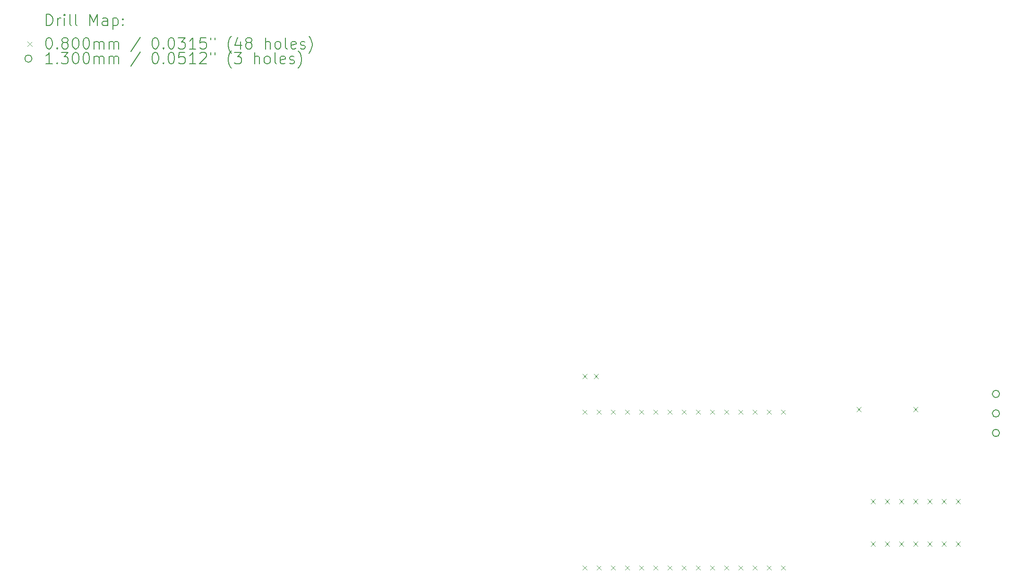
<source format=gbr>
%TF.GenerationSoftware,KiCad,Pcbnew,(6.0.10)*%
%TF.CreationDate,2023-04-28T14:23:14-06:00*%
%TF.ProjectId,H2O-Esquem_tico_2023ver3-KiCad,48324f2d-4573-4717-9565-6de17469636f,rev?*%
%TF.SameCoordinates,Original*%
%TF.FileFunction,Drillmap*%
%TF.FilePolarity,Positive*%
%FSLAX45Y45*%
G04 Gerber Fmt 4.5, Leading zero omitted, Abs format (unit mm)*
G04 Created by KiCad (PCBNEW (6.0.10)) date 2023-04-28 14:23:14*
%MOMM*%
%LPD*%
G01*
G04 APERTURE LIST*
%ADD10C,0.200000*%
%ADD11C,0.080000*%
%ADD12C,0.130000*%
G04 APERTURE END LIST*
D10*
D11*
X9866000Y-6560983D02*
X9946000Y-6640983D01*
X9946000Y-6560983D02*
X9866000Y-6640983D01*
X9866000Y-7199000D02*
X9946000Y-7279000D01*
X9946000Y-7199000D02*
X9866000Y-7279000D01*
X9866000Y-9993000D02*
X9946000Y-10073000D01*
X9946000Y-9993000D02*
X9866000Y-10073000D01*
X10066000Y-6560983D02*
X10146000Y-6640983D01*
X10146000Y-6560983D02*
X10066000Y-6640983D01*
X10120000Y-7199000D02*
X10200000Y-7279000D01*
X10200000Y-7199000D02*
X10120000Y-7279000D01*
X10120000Y-9993000D02*
X10200000Y-10073000D01*
X10200000Y-9993000D02*
X10120000Y-10073000D01*
X10374000Y-7199000D02*
X10454000Y-7279000D01*
X10454000Y-7199000D02*
X10374000Y-7279000D01*
X10374000Y-9993000D02*
X10454000Y-10073000D01*
X10454000Y-9993000D02*
X10374000Y-10073000D01*
X10628000Y-7199000D02*
X10708000Y-7279000D01*
X10708000Y-7199000D02*
X10628000Y-7279000D01*
X10628000Y-9993000D02*
X10708000Y-10073000D01*
X10708000Y-9993000D02*
X10628000Y-10073000D01*
X10882000Y-7199000D02*
X10962000Y-7279000D01*
X10962000Y-7199000D02*
X10882000Y-7279000D01*
X10882000Y-9993000D02*
X10962000Y-10073000D01*
X10962000Y-9993000D02*
X10882000Y-10073000D01*
X11136000Y-7199000D02*
X11216000Y-7279000D01*
X11216000Y-7199000D02*
X11136000Y-7279000D01*
X11136000Y-9993000D02*
X11216000Y-10073000D01*
X11216000Y-9993000D02*
X11136000Y-10073000D01*
X11390000Y-7199000D02*
X11470000Y-7279000D01*
X11470000Y-7199000D02*
X11390000Y-7279000D01*
X11390000Y-9993000D02*
X11470000Y-10073000D01*
X11470000Y-9993000D02*
X11390000Y-10073000D01*
X11644000Y-7199000D02*
X11724000Y-7279000D01*
X11724000Y-7199000D02*
X11644000Y-7279000D01*
X11644000Y-9993000D02*
X11724000Y-10073000D01*
X11724000Y-9993000D02*
X11644000Y-10073000D01*
X11898000Y-7199000D02*
X11978000Y-7279000D01*
X11978000Y-7199000D02*
X11898000Y-7279000D01*
X11898000Y-9993000D02*
X11978000Y-10073000D01*
X11978000Y-9993000D02*
X11898000Y-10073000D01*
X12152000Y-7199000D02*
X12232000Y-7279000D01*
X12232000Y-7199000D02*
X12152000Y-7279000D01*
X12152000Y-9993000D02*
X12232000Y-10073000D01*
X12232000Y-9993000D02*
X12152000Y-10073000D01*
X12406000Y-7199000D02*
X12486000Y-7279000D01*
X12486000Y-7199000D02*
X12406000Y-7279000D01*
X12406000Y-9993000D02*
X12486000Y-10073000D01*
X12486000Y-9993000D02*
X12406000Y-10073000D01*
X12660000Y-7199000D02*
X12740000Y-7279000D01*
X12740000Y-7199000D02*
X12660000Y-7279000D01*
X12660000Y-9993000D02*
X12740000Y-10073000D01*
X12740000Y-9993000D02*
X12660000Y-10073000D01*
X12914000Y-7199000D02*
X12994000Y-7279000D01*
X12994000Y-7199000D02*
X12914000Y-7279000D01*
X12914000Y-9993000D02*
X12994000Y-10073000D01*
X12994000Y-9993000D02*
X12914000Y-10073000D01*
X13168000Y-7199000D02*
X13248000Y-7279000D01*
X13248000Y-7199000D02*
X13168000Y-7279000D01*
X13168000Y-9993000D02*
X13248000Y-10073000D01*
X13248000Y-9993000D02*
X13168000Y-10073000D01*
X13422000Y-7199000D02*
X13502000Y-7279000D01*
X13502000Y-7199000D02*
X13422000Y-7279000D01*
X13422000Y-9993000D02*
X13502000Y-10073000D01*
X13502000Y-9993000D02*
X13422000Y-10073000D01*
X14776000Y-7153000D02*
X14856000Y-7233000D01*
X14856000Y-7153000D02*
X14776000Y-7233000D01*
X15029500Y-8803000D02*
X15109500Y-8883000D01*
X15109500Y-8803000D02*
X15029500Y-8883000D01*
X15029500Y-9565000D02*
X15109500Y-9645000D01*
X15109500Y-9565000D02*
X15029500Y-9645000D01*
X15283500Y-8803000D02*
X15363500Y-8883000D01*
X15363500Y-8803000D02*
X15283500Y-8883000D01*
X15283500Y-9565000D02*
X15363500Y-9645000D01*
X15363500Y-9565000D02*
X15283500Y-9645000D01*
X15537500Y-8803000D02*
X15617500Y-8883000D01*
X15617500Y-8803000D02*
X15537500Y-8883000D01*
X15537500Y-9565000D02*
X15617500Y-9645000D01*
X15617500Y-9565000D02*
X15537500Y-9645000D01*
X15791500Y-8803000D02*
X15871500Y-8883000D01*
X15871500Y-8803000D02*
X15791500Y-8883000D01*
X15791500Y-9565000D02*
X15871500Y-9645000D01*
X15871500Y-9565000D02*
X15791500Y-9645000D01*
X15792000Y-7153000D02*
X15872000Y-7233000D01*
X15872000Y-7153000D02*
X15792000Y-7233000D01*
X16045500Y-8803000D02*
X16125500Y-8883000D01*
X16125500Y-8803000D02*
X16045500Y-8883000D01*
X16045500Y-9565000D02*
X16125500Y-9645000D01*
X16125500Y-9565000D02*
X16045500Y-9645000D01*
X16299500Y-8803000D02*
X16379500Y-8883000D01*
X16379500Y-8803000D02*
X16299500Y-8883000D01*
X16299500Y-9565000D02*
X16379500Y-9645000D01*
X16379500Y-9565000D02*
X16299500Y-9645000D01*
X16553500Y-8803000D02*
X16633500Y-8883000D01*
X16633500Y-8803000D02*
X16553500Y-8883000D01*
X16553500Y-9565000D02*
X16633500Y-9645000D01*
X16633500Y-9565000D02*
X16553500Y-9645000D01*
D12*
X17336000Y-6917500D02*
G75*
G03*
X17336000Y-6917500I-65000J0D01*
G01*
X17336000Y-7267500D02*
G75*
G03*
X17336000Y-7267500I-65000J0D01*
G01*
X17336000Y-7617500D02*
G75*
G03*
X17336000Y-7617500I-65000J0D01*
G01*
D10*
X257619Y-310476D02*
X257619Y-110476D01*
X305238Y-110476D01*
X333810Y-120000D01*
X352857Y-139048D01*
X362381Y-158095D01*
X371905Y-196190D01*
X371905Y-224762D01*
X362381Y-262857D01*
X352857Y-281905D01*
X333810Y-300952D01*
X305238Y-310476D01*
X257619Y-310476D01*
X457619Y-310476D02*
X457619Y-177143D01*
X457619Y-215238D02*
X467143Y-196190D01*
X476667Y-186667D01*
X495714Y-177143D01*
X514762Y-177143D01*
X581429Y-310476D02*
X581429Y-177143D01*
X581429Y-110476D02*
X571905Y-120000D01*
X581429Y-129524D01*
X590952Y-120000D01*
X581429Y-110476D01*
X581429Y-129524D01*
X705238Y-310476D02*
X686190Y-300952D01*
X676667Y-281905D01*
X676667Y-110476D01*
X810000Y-310476D02*
X790952Y-300952D01*
X781428Y-281905D01*
X781428Y-110476D01*
X1038571Y-310476D02*
X1038571Y-110476D01*
X1105238Y-253333D01*
X1171905Y-110476D01*
X1171905Y-310476D01*
X1352857Y-310476D02*
X1352857Y-205714D01*
X1343333Y-186667D01*
X1324286Y-177143D01*
X1286190Y-177143D01*
X1267143Y-186667D01*
X1352857Y-300952D02*
X1333810Y-310476D01*
X1286190Y-310476D01*
X1267143Y-300952D01*
X1257619Y-281905D01*
X1257619Y-262857D01*
X1267143Y-243809D01*
X1286190Y-234286D01*
X1333810Y-234286D01*
X1352857Y-224762D01*
X1448095Y-177143D02*
X1448095Y-377143D01*
X1448095Y-186667D02*
X1467143Y-177143D01*
X1505238Y-177143D01*
X1524286Y-186667D01*
X1533809Y-196190D01*
X1543333Y-215238D01*
X1543333Y-272381D01*
X1533809Y-291429D01*
X1524286Y-300952D01*
X1505238Y-310476D01*
X1467143Y-310476D01*
X1448095Y-300952D01*
X1629048Y-291429D02*
X1638571Y-300952D01*
X1629048Y-310476D01*
X1619524Y-300952D01*
X1629048Y-291429D01*
X1629048Y-310476D01*
X1629048Y-186667D02*
X1638571Y-196190D01*
X1629048Y-205714D01*
X1619524Y-196190D01*
X1629048Y-186667D01*
X1629048Y-205714D01*
D11*
X-80000Y-600000D02*
X0Y-680000D01*
X0Y-600000D02*
X-80000Y-680000D01*
D10*
X295714Y-530476D02*
X314762Y-530476D01*
X333810Y-540000D01*
X343333Y-549524D01*
X352857Y-568571D01*
X362381Y-606667D01*
X362381Y-654286D01*
X352857Y-692381D01*
X343333Y-711428D01*
X333810Y-720952D01*
X314762Y-730476D01*
X295714Y-730476D01*
X276667Y-720952D01*
X267143Y-711428D01*
X257619Y-692381D01*
X248095Y-654286D01*
X248095Y-606667D01*
X257619Y-568571D01*
X267143Y-549524D01*
X276667Y-540000D01*
X295714Y-530476D01*
X448095Y-711428D02*
X457619Y-720952D01*
X448095Y-730476D01*
X438571Y-720952D01*
X448095Y-711428D01*
X448095Y-730476D01*
X571905Y-616190D02*
X552857Y-606667D01*
X543333Y-597143D01*
X533810Y-578095D01*
X533810Y-568571D01*
X543333Y-549524D01*
X552857Y-540000D01*
X571905Y-530476D01*
X610000Y-530476D01*
X629048Y-540000D01*
X638571Y-549524D01*
X648095Y-568571D01*
X648095Y-578095D01*
X638571Y-597143D01*
X629048Y-606667D01*
X610000Y-616190D01*
X571905Y-616190D01*
X552857Y-625714D01*
X543333Y-635238D01*
X533810Y-654286D01*
X533810Y-692381D01*
X543333Y-711428D01*
X552857Y-720952D01*
X571905Y-730476D01*
X610000Y-730476D01*
X629048Y-720952D01*
X638571Y-711428D01*
X648095Y-692381D01*
X648095Y-654286D01*
X638571Y-635238D01*
X629048Y-625714D01*
X610000Y-616190D01*
X771905Y-530476D02*
X790952Y-530476D01*
X810000Y-540000D01*
X819524Y-549524D01*
X829048Y-568571D01*
X838571Y-606667D01*
X838571Y-654286D01*
X829048Y-692381D01*
X819524Y-711428D01*
X810000Y-720952D01*
X790952Y-730476D01*
X771905Y-730476D01*
X752857Y-720952D01*
X743333Y-711428D01*
X733809Y-692381D01*
X724286Y-654286D01*
X724286Y-606667D01*
X733809Y-568571D01*
X743333Y-549524D01*
X752857Y-540000D01*
X771905Y-530476D01*
X962381Y-530476D02*
X981428Y-530476D01*
X1000476Y-540000D01*
X1010000Y-549524D01*
X1019524Y-568571D01*
X1029048Y-606667D01*
X1029048Y-654286D01*
X1019524Y-692381D01*
X1010000Y-711428D01*
X1000476Y-720952D01*
X981428Y-730476D01*
X962381Y-730476D01*
X943333Y-720952D01*
X933809Y-711428D01*
X924286Y-692381D01*
X914762Y-654286D01*
X914762Y-606667D01*
X924286Y-568571D01*
X933809Y-549524D01*
X943333Y-540000D01*
X962381Y-530476D01*
X1114762Y-730476D02*
X1114762Y-597143D01*
X1114762Y-616190D02*
X1124286Y-606667D01*
X1143333Y-597143D01*
X1171905Y-597143D01*
X1190952Y-606667D01*
X1200476Y-625714D01*
X1200476Y-730476D01*
X1200476Y-625714D02*
X1210000Y-606667D01*
X1229048Y-597143D01*
X1257619Y-597143D01*
X1276667Y-606667D01*
X1286190Y-625714D01*
X1286190Y-730476D01*
X1381429Y-730476D02*
X1381429Y-597143D01*
X1381429Y-616190D02*
X1390952Y-606667D01*
X1410000Y-597143D01*
X1438571Y-597143D01*
X1457619Y-606667D01*
X1467143Y-625714D01*
X1467143Y-730476D01*
X1467143Y-625714D02*
X1476667Y-606667D01*
X1495714Y-597143D01*
X1524286Y-597143D01*
X1543333Y-606667D01*
X1552857Y-625714D01*
X1552857Y-730476D01*
X1943333Y-520952D02*
X1771905Y-778095D01*
X2200476Y-530476D02*
X2219524Y-530476D01*
X2238571Y-540000D01*
X2248095Y-549524D01*
X2257619Y-568571D01*
X2267143Y-606667D01*
X2267143Y-654286D01*
X2257619Y-692381D01*
X2248095Y-711428D01*
X2238571Y-720952D01*
X2219524Y-730476D01*
X2200476Y-730476D01*
X2181429Y-720952D01*
X2171905Y-711428D01*
X2162381Y-692381D01*
X2152857Y-654286D01*
X2152857Y-606667D01*
X2162381Y-568571D01*
X2171905Y-549524D01*
X2181429Y-540000D01*
X2200476Y-530476D01*
X2352857Y-711428D02*
X2362381Y-720952D01*
X2352857Y-730476D01*
X2343333Y-720952D01*
X2352857Y-711428D01*
X2352857Y-730476D01*
X2486190Y-530476D02*
X2505238Y-530476D01*
X2524286Y-540000D01*
X2533810Y-549524D01*
X2543333Y-568571D01*
X2552857Y-606667D01*
X2552857Y-654286D01*
X2543333Y-692381D01*
X2533810Y-711428D01*
X2524286Y-720952D01*
X2505238Y-730476D01*
X2486190Y-730476D01*
X2467143Y-720952D01*
X2457619Y-711428D01*
X2448095Y-692381D01*
X2438571Y-654286D01*
X2438571Y-606667D01*
X2448095Y-568571D01*
X2457619Y-549524D01*
X2467143Y-540000D01*
X2486190Y-530476D01*
X2619524Y-530476D02*
X2743333Y-530476D01*
X2676667Y-606667D01*
X2705238Y-606667D01*
X2724286Y-616190D01*
X2733810Y-625714D01*
X2743333Y-644762D01*
X2743333Y-692381D01*
X2733810Y-711428D01*
X2724286Y-720952D01*
X2705238Y-730476D01*
X2648095Y-730476D01*
X2629048Y-720952D01*
X2619524Y-711428D01*
X2933809Y-730476D02*
X2819524Y-730476D01*
X2876667Y-730476D02*
X2876667Y-530476D01*
X2857619Y-559048D01*
X2838571Y-578095D01*
X2819524Y-587619D01*
X3114762Y-530476D02*
X3019524Y-530476D01*
X3010000Y-625714D01*
X3019524Y-616190D01*
X3038571Y-606667D01*
X3086190Y-606667D01*
X3105238Y-616190D01*
X3114762Y-625714D01*
X3124286Y-644762D01*
X3124286Y-692381D01*
X3114762Y-711428D01*
X3105238Y-720952D01*
X3086190Y-730476D01*
X3038571Y-730476D01*
X3019524Y-720952D01*
X3010000Y-711428D01*
X3200476Y-530476D02*
X3200476Y-568571D01*
X3276667Y-530476D02*
X3276667Y-568571D01*
X3571905Y-806667D02*
X3562381Y-797143D01*
X3543333Y-768571D01*
X3533809Y-749524D01*
X3524286Y-720952D01*
X3514762Y-673333D01*
X3514762Y-635238D01*
X3524286Y-587619D01*
X3533809Y-559048D01*
X3543333Y-540000D01*
X3562381Y-511428D01*
X3571905Y-501905D01*
X3733809Y-597143D02*
X3733809Y-730476D01*
X3686190Y-520952D02*
X3638571Y-663810D01*
X3762381Y-663810D01*
X3867143Y-616190D02*
X3848095Y-606667D01*
X3838571Y-597143D01*
X3829048Y-578095D01*
X3829048Y-568571D01*
X3838571Y-549524D01*
X3848095Y-540000D01*
X3867143Y-530476D01*
X3905238Y-530476D01*
X3924286Y-540000D01*
X3933809Y-549524D01*
X3943333Y-568571D01*
X3943333Y-578095D01*
X3933809Y-597143D01*
X3924286Y-606667D01*
X3905238Y-616190D01*
X3867143Y-616190D01*
X3848095Y-625714D01*
X3838571Y-635238D01*
X3829048Y-654286D01*
X3829048Y-692381D01*
X3838571Y-711428D01*
X3848095Y-720952D01*
X3867143Y-730476D01*
X3905238Y-730476D01*
X3924286Y-720952D01*
X3933809Y-711428D01*
X3943333Y-692381D01*
X3943333Y-654286D01*
X3933809Y-635238D01*
X3924286Y-625714D01*
X3905238Y-616190D01*
X4181428Y-730476D02*
X4181428Y-530476D01*
X4267143Y-730476D02*
X4267143Y-625714D01*
X4257619Y-606667D01*
X4238571Y-597143D01*
X4210000Y-597143D01*
X4190952Y-606667D01*
X4181428Y-616190D01*
X4390952Y-730476D02*
X4371905Y-720952D01*
X4362381Y-711428D01*
X4352857Y-692381D01*
X4352857Y-635238D01*
X4362381Y-616190D01*
X4371905Y-606667D01*
X4390952Y-597143D01*
X4419524Y-597143D01*
X4438571Y-606667D01*
X4448095Y-616190D01*
X4457619Y-635238D01*
X4457619Y-692381D01*
X4448095Y-711428D01*
X4438571Y-720952D01*
X4419524Y-730476D01*
X4390952Y-730476D01*
X4571905Y-730476D02*
X4552857Y-720952D01*
X4543333Y-701905D01*
X4543333Y-530476D01*
X4724286Y-720952D02*
X4705238Y-730476D01*
X4667143Y-730476D01*
X4648095Y-720952D01*
X4638571Y-701905D01*
X4638571Y-625714D01*
X4648095Y-606667D01*
X4667143Y-597143D01*
X4705238Y-597143D01*
X4724286Y-606667D01*
X4733810Y-625714D01*
X4733810Y-644762D01*
X4638571Y-663810D01*
X4810000Y-720952D02*
X4829048Y-730476D01*
X4867143Y-730476D01*
X4886190Y-720952D01*
X4895714Y-701905D01*
X4895714Y-692381D01*
X4886190Y-673333D01*
X4867143Y-663810D01*
X4838571Y-663810D01*
X4819524Y-654286D01*
X4810000Y-635238D01*
X4810000Y-625714D01*
X4819524Y-606667D01*
X4838571Y-597143D01*
X4867143Y-597143D01*
X4886190Y-606667D01*
X4962381Y-806667D02*
X4971905Y-797143D01*
X4990952Y-768571D01*
X5000476Y-749524D01*
X5010000Y-720952D01*
X5019524Y-673333D01*
X5019524Y-635238D01*
X5010000Y-587619D01*
X5000476Y-559048D01*
X4990952Y-540000D01*
X4971905Y-511428D01*
X4962381Y-501905D01*
D12*
X0Y-904000D02*
G75*
G03*
X0Y-904000I-65000J0D01*
G01*
D10*
X362381Y-994476D02*
X248095Y-994476D01*
X305238Y-994476D02*
X305238Y-794476D01*
X286190Y-823048D01*
X267143Y-842095D01*
X248095Y-851619D01*
X448095Y-975428D02*
X457619Y-984952D01*
X448095Y-994476D01*
X438571Y-984952D01*
X448095Y-975428D01*
X448095Y-994476D01*
X524286Y-794476D02*
X648095Y-794476D01*
X581429Y-870667D01*
X610000Y-870667D01*
X629048Y-880190D01*
X638571Y-889714D01*
X648095Y-908762D01*
X648095Y-956381D01*
X638571Y-975428D01*
X629048Y-984952D01*
X610000Y-994476D01*
X552857Y-994476D01*
X533810Y-984952D01*
X524286Y-975428D01*
X771905Y-794476D02*
X790952Y-794476D01*
X810000Y-804000D01*
X819524Y-813524D01*
X829048Y-832571D01*
X838571Y-870667D01*
X838571Y-918286D01*
X829048Y-956381D01*
X819524Y-975428D01*
X810000Y-984952D01*
X790952Y-994476D01*
X771905Y-994476D01*
X752857Y-984952D01*
X743333Y-975428D01*
X733809Y-956381D01*
X724286Y-918286D01*
X724286Y-870667D01*
X733809Y-832571D01*
X743333Y-813524D01*
X752857Y-804000D01*
X771905Y-794476D01*
X962381Y-794476D02*
X981428Y-794476D01*
X1000476Y-804000D01*
X1010000Y-813524D01*
X1019524Y-832571D01*
X1029048Y-870667D01*
X1029048Y-918286D01*
X1019524Y-956381D01*
X1010000Y-975428D01*
X1000476Y-984952D01*
X981428Y-994476D01*
X962381Y-994476D01*
X943333Y-984952D01*
X933809Y-975428D01*
X924286Y-956381D01*
X914762Y-918286D01*
X914762Y-870667D01*
X924286Y-832571D01*
X933809Y-813524D01*
X943333Y-804000D01*
X962381Y-794476D01*
X1114762Y-994476D02*
X1114762Y-861143D01*
X1114762Y-880190D02*
X1124286Y-870667D01*
X1143333Y-861143D01*
X1171905Y-861143D01*
X1190952Y-870667D01*
X1200476Y-889714D01*
X1200476Y-994476D01*
X1200476Y-889714D02*
X1210000Y-870667D01*
X1229048Y-861143D01*
X1257619Y-861143D01*
X1276667Y-870667D01*
X1286190Y-889714D01*
X1286190Y-994476D01*
X1381429Y-994476D02*
X1381429Y-861143D01*
X1381429Y-880190D02*
X1390952Y-870667D01*
X1410000Y-861143D01*
X1438571Y-861143D01*
X1457619Y-870667D01*
X1467143Y-889714D01*
X1467143Y-994476D01*
X1467143Y-889714D02*
X1476667Y-870667D01*
X1495714Y-861143D01*
X1524286Y-861143D01*
X1543333Y-870667D01*
X1552857Y-889714D01*
X1552857Y-994476D01*
X1943333Y-784952D02*
X1771905Y-1042095D01*
X2200476Y-794476D02*
X2219524Y-794476D01*
X2238571Y-804000D01*
X2248095Y-813524D01*
X2257619Y-832571D01*
X2267143Y-870667D01*
X2267143Y-918286D01*
X2257619Y-956381D01*
X2248095Y-975428D01*
X2238571Y-984952D01*
X2219524Y-994476D01*
X2200476Y-994476D01*
X2181429Y-984952D01*
X2171905Y-975428D01*
X2162381Y-956381D01*
X2152857Y-918286D01*
X2152857Y-870667D01*
X2162381Y-832571D01*
X2171905Y-813524D01*
X2181429Y-804000D01*
X2200476Y-794476D01*
X2352857Y-975428D02*
X2362381Y-984952D01*
X2352857Y-994476D01*
X2343333Y-984952D01*
X2352857Y-975428D01*
X2352857Y-994476D01*
X2486190Y-794476D02*
X2505238Y-794476D01*
X2524286Y-804000D01*
X2533810Y-813524D01*
X2543333Y-832571D01*
X2552857Y-870667D01*
X2552857Y-918286D01*
X2543333Y-956381D01*
X2533810Y-975428D01*
X2524286Y-984952D01*
X2505238Y-994476D01*
X2486190Y-994476D01*
X2467143Y-984952D01*
X2457619Y-975428D01*
X2448095Y-956381D01*
X2438571Y-918286D01*
X2438571Y-870667D01*
X2448095Y-832571D01*
X2457619Y-813524D01*
X2467143Y-804000D01*
X2486190Y-794476D01*
X2733810Y-794476D02*
X2638571Y-794476D01*
X2629048Y-889714D01*
X2638571Y-880190D01*
X2657619Y-870667D01*
X2705238Y-870667D01*
X2724286Y-880190D01*
X2733810Y-889714D01*
X2743333Y-908762D01*
X2743333Y-956381D01*
X2733810Y-975428D01*
X2724286Y-984952D01*
X2705238Y-994476D01*
X2657619Y-994476D01*
X2638571Y-984952D01*
X2629048Y-975428D01*
X2933809Y-994476D02*
X2819524Y-994476D01*
X2876667Y-994476D02*
X2876667Y-794476D01*
X2857619Y-823048D01*
X2838571Y-842095D01*
X2819524Y-851619D01*
X3010000Y-813524D02*
X3019524Y-804000D01*
X3038571Y-794476D01*
X3086190Y-794476D01*
X3105238Y-804000D01*
X3114762Y-813524D01*
X3124286Y-832571D01*
X3124286Y-851619D01*
X3114762Y-880190D01*
X3000476Y-994476D01*
X3124286Y-994476D01*
X3200476Y-794476D02*
X3200476Y-832571D01*
X3276667Y-794476D02*
X3276667Y-832571D01*
X3571905Y-1070667D02*
X3562381Y-1061143D01*
X3543333Y-1032571D01*
X3533809Y-1013524D01*
X3524286Y-984952D01*
X3514762Y-937333D01*
X3514762Y-899238D01*
X3524286Y-851619D01*
X3533809Y-823048D01*
X3543333Y-804000D01*
X3562381Y-775428D01*
X3571905Y-765905D01*
X3629048Y-794476D02*
X3752857Y-794476D01*
X3686190Y-870667D01*
X3714762Y-870667D01*
X3733809Y-880190D01*
X3743333Y-889714D01*
X3752857Y-908762D01*
X3752857Y-956381D01*
X3743333Y-975428D01*
X3733809Y-984952D01*
X3714762Y-994476D01*
X3657619Y-994476D01*
X3638571Y-984952D01*
X3629048Y-975428D01*
X3990952Y-994476D02*
X3990952Y-794476D01*
X4076667Y-994476D02*
X4076667Y-889714D01*
X4067143Y-870667D01*
X4048095Y-861143D01*
X4019524Y-861143D01*
X4000476Y-870667D01*
X3990952Y-880190D01*
X4200476Y-994476D02*
X4181428Y-984952D01*
X4171905Y-975428D01*
X4162381Y-956381D01*
X4162381Y-899238D01*
X4171905Y-880190D01*
X4181428Y-870667D01*
X4200476Y-861143D01*
X4229048Y-861143D01*
X4248095Y-870667D01*
X4257619Y-880190D01*
X4267143Y-899238D01*
X4267143Y-956381D01*
X4257619Y-975428D01*
X4248095Y-984952D01*
X4229048Y-994476D01*
X4200476Y-994476D01*
X4381429Y-994476D02*
X4362381Y-984952D01*
X4352857Y-965905D01*
X4352857Y-794476D01*
X4533810Y-984952D02*
X4514762Y-994476D01*
X4476667Y-994476D01*
X4457619Y-984952D01*
X4448095Y-965905D01*
X4448095Y-889714D01*
X4457619Y-870667D01*
X4476667Y-861143D01*
X4514762Y-861143D01*
X4533810Y-870667D01*
X4543333Y-889714D01*
X4543333Y-908762D01*
X4448095Y-927809D01*
X4619524Y-984952D02*
X4638571Y-994476D01*
X4676667Y-994476D01*
X4695714Y-984952D01*
X4705238Y-965905D01*
X4705238Y-956381D01*
X4695714Y-937333D01*
X4676667Y-927809D01*
X4648095Y-927809D01*
X4629048Y-918286D01*
X4619524Y-899238D01*
X4619524Y-889714D01*
X4629048Y-870667D01*
X4648095Y-861143D01*
X4676667Y-861143D01*
X4695714Y-870667D01*
X4771905Y-1070667D02*
X4781429Y-1061143D01*
X4800476Y-1032571D01*
X4810000Y-1013524D01*
X4819524Y-984952D01*
X4829048Y-937333D01*
X4829048Y-899238D01*
X4819524Y-851619D01*
X4810000Y-823048D01*
X4800476Y-804000D01*
X4781429Y-775428D01*
X4771905Y-765905D01*
M02*

</source>
